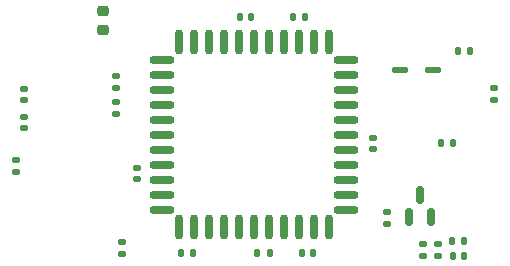
<source format=gtp>
G04 #@! TF.GenerationSoftware,KiCad,Pcbnew,(7.0.0-rc1-70-g9298defd3f)*
G04 #@! TF.CreationDate,2023-01-17T15:38:25-05:00*
G04 #@! TF.ProjectId,snes_dejitter,736e6573-5f64-4656-9a69-747465722e6b,rev?*
G04 #@! TF.SameCoordinates,Original*
G04 #@! TF.FileFunction,Paste,Top*
G04 #@! TF.FilePolarity,Positive*
%FSLAX46Y46*%
G04 Gerber Fmt 4.6, Leading zero omitted, Abs format (unit mm)*
G04 Created by KiCad (PCBNEW (7.0.0-rc1-70-g9298defd3f)) date 2023-01-17 15:38:25*
%MOMM*%
%LPD*%
G01*
G04 APERTURE LIST*
G04 Aperture macros list*
%AMRoundRect*
0 Rectangle with rounded corners*
0 $1 Rounding radius*
0 $2 $3 $4 $5 $6 $7 $8 $9 X,Y pos of 4 corners*
0 Add a 4 corners polygon primitive as box body*
4,1,4,$2,$3,$4,$5,$6,$7,$8,$9,$2,$3,0*
0 Add four circle primitives for the rounded corners*
1,1,$1+$1,$2,$3*
1,1,$1+$1,$4,$5*
1,1,$1+$1,$6,$7*
1,1,$1+$1,$8,$9*
0 Add four rect primitives between the rounded corners*
20,1,$1+$1,$2,$3,$4,$5,0*
20,1,$1+$1,$4,$5,$6,$7,0*
20,1,$1+$1,$6,$7,$8,$9,0*
20,1,$1+$1,$8,$9,$2,$3,0*%
G04 Aperture macros list end*
%ADD10RoundRect,0.225000X0.250000X-0.225000X0.250000X0.225000X-0.250000X0.225000X-0.250000X-0.225000X0*%
%ADD11RoundRect,0.140000X-0.170000X0.140000X-0.170000X-0.140000X0.170000X-0.140000X0.170000X0.140000X0*%
%ADD12RoundRect,0.140000X-0.140000X-0.170000X0.140000X-0.170000X0.140000X0.170000X-0.140000X0.170000X0*%
%ADD13RoundRect,0.140000X0.170000X-0.140000X0.170000X0.140000X-0.170000X0.140000X-0.170000X-0.140000X0*%
%ADD14RoundRect,0.140000X0.140000X0.170000X-0.140000X0.170000X-0.140000X-0.170000X0.140000X-0.170000X0*%
%ADD15RoundRect,0.150000X0.150000X-0.587500X0.150000X0.587500X-0.150000X0.587500X-0.150000X-0.587500X0*%
%ADD16RoundRect,0.135000X-0.135000X-0.185000X0.135000X-0.185000X0.135000X0.185000X-0.135000X0.185000X0*%
%ADD17RoundRect,0.135000X0.135000X0.185000X-0.135000X0.185000X-0.135000X-0.185000X0.135000X-0.185000X0*%
%ADD18RoundRect,0.135000X0.185000X-0.135000X0.185000X0.135000X-0.185000X0.135000X-0.185000X-0.135000X0*%
%ADD19RoundRect,0.135000X-0.185000X0.135000X-0.185000X-0.135000X0.185000X-0.135000X0.185000X0.135000X0*%
%ADD20O,2.144000X0.700000*%
%ADD21O,0.700000X2.144000*%
%ADD22RoundRect,0.112500X0.587500X0.112500X-0.587500X0.112500X-0.587500X-0.112500X0.587500X-0.112500X0*%
G04 APERTURE END LIST*
D10*
X21700000Y-15840041D03*
X21700000Y-14290041D03*
D11*
X44500000Y-25020000D03*
X44500000Y-25980000D03*
X24500000Y-27520000D03*
X24500000Y-28480000D03*
D12*
X38520000Y-34750000D03*
X39480000Y-34750000D03*
D13*
X15000000Y-24150000D03*
X15000000Y-23190000D03*
D11*
X15000000Y-20820000D03*
X15000000Y-21780000D03*
D12*
X33220000Y-14760629D03*
X34180000Y-14760629D03*
D14*
X52230000Y-35000000D03*
X51270000Y-35000000D03*
D15*
X48500000Y-29812500D03*
X49450000Y-31687500D03*
X47550000Y-31687500D03*
D16*
X28240000Y-34750000D03*
X29260000Y-34750000D03*
D17*
X35760000Y-34750000D03*
X34740000Y-34750000D03*
D16*
X37740000Y-14750000D03*
X38760000Y-14750000D03*
D18*
X14290000Y-27860000D03*
X14290000Y-26840000D03*
X22750000Y-23010000D03*
X22750000Y-21990000D03*
X22750000Y-20760000D03*
X22750000Y-19740000D03*
X45750000Y-32260000D03*
X45750000Y-31240000D03*
D19*
X48750000Y-33990000D03*
X48750000Y-35010000D03*
X50000000Y-33990000D03*
X50000000Y-35010000D03*
D17*
X52260000Y-33750000D03*
X51240000Y-33750000D03*
X51310000Y-25400000D03*
X50290000Y-25400000D03*
D18*
X54750000Y-21760000D03*
X54750000Y-20740000D03*
D20*
X26661999Y-31063999D03*
X26661999Y-29793999D03*
X26661999Y-28523999D03*
X26661999Y-27253999D03*
X26661999Y-25983999D03*
X26661999Y-24713999D03*
X26661999Y-23443999D03*
X26661999Y-22173999D03*
X26661999Y-20903999D03*
X26661999Y-19633999D03*
X26661999Y-18363999D03*
D21*
X28114999Y-16910999D03*
X29384999Y-16910999D03*
X30654999Y-16910999D03*
X31924999Y-16910999D03*
X33194999Y-16910999D03*
X34464999Y-16910999D03*
X35734999Y-16910999D03*
X37004999Y-16910999D03*
X38274999Y-16910999D03*
X39544999Y-16910999D03*
X40814999Y-16910999D03*
D20*
X42267999Y-18363999D03*
X42267999Y-19633999D03*
X42267999Y-20903999D03*
X42267999Y-22173999D03*
X42267999Y-23443999D03*
X42267999Y-24713999D03*
X42267999Y-25983999D03*
X42267999Y-27253999D03*
X42267999Y-28523999D03*
X42267999Y-29793999D03*
X42267999Y-31063999D03*
D21*
X40814999Y-32516999D03*
X39544999Y-32516999D03*
X38274999Y-32516999D03*
X37004999Y-32516999D03*
X35734999Y-32516999D03*
X34464999Y-32516999D03*
X33194999Y-32516999D03*
X31924999Y-32516999D03*
X30654999Y-32516999D03*
X29384999Y-32516999D03*
X28114999Y-32516999D03*
D19*
X23300000Y-33790000D03*
X23300000Y-34810000D03*
D17*
X51721073Y-17606863D03*
X52741073Y-17606863D03*
D22*
X49600000Y-19250000D03*
X46800000Y-19250000D03*
M02*

</source>
